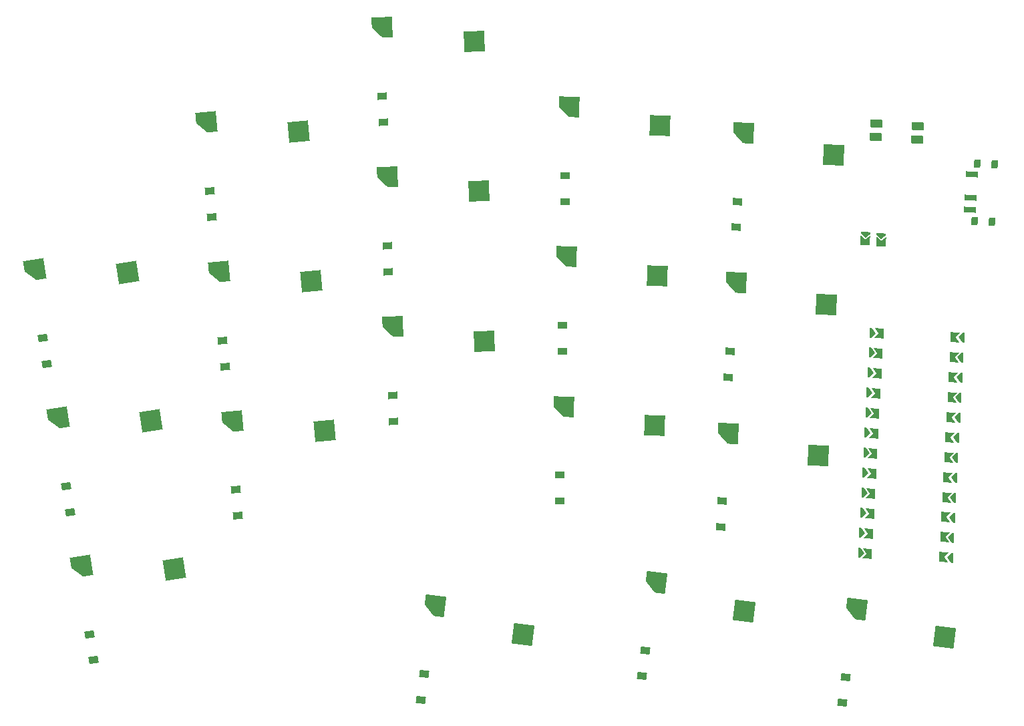
<source format=gbr>
%TF.GenerationSoftware,KiCad,Pcbnew,8.0.7*%
%TF.CreationDate,2025-02-03T11:28:03-05:00*%
%TF.ProjectId,thepcb,74686570-6362-42e6-9b69-6361645f7063,v1.0.0*%
%TF.SameCoordinates,Original*%
%TF.FileFunction,Paste,Bot*%
%TF.FilePolarity,Positive*%
%FSLAX46Y46*%
G04 Gerber Fmt 4.6, Leading zero omitted, Abs format (unit mm)*
G04 Created by KiCad (PCBNEW 8.0.7) date 2025-02-03 11:28:03*
%MOMM*%
%LPD*%
G01*
G04 APERTURE LIST*
G04 Aperture macros list*
%AMRotRect*
0 Rectangle, with rotation*
0 The origin of the aperture is its center*
0 $1 length*
0 $2 width*
0 $3 Rotation angle, in degrees counterclockwise*
0 Add horizontal line*
21,1,$1,$2,0,0,$3*%
%AMOutline5P*
0 Free polygon, 5 corners , with rotation*
0 The origin of the aperture is its center*
0 number of corners: always 5*
0 $1 to $10 corner X, Y*
0 $11 Rotation angle, in degrees counterclockwise*
0 create outline with 5 corners*
4,1,5,$1,$2,$3,$4,$5,$6,$7,$8,$9,$10,$1,$2,$11*%
%AMOutline6P*
0 Free polygon, 6 corners , with rotation*
0 The origin of the aperture is its center*
0 number of corners: always 6*
0 $1 to $12 corner X, Y*
0 $13 Rotation angle, in degrees counterclockwise*
0 create outline with 6 corners*
4,1,6,$1,$2,$3,$4,$5,$6,$7,$8,$9,$10,$11,$12,$1,$2,$13*%
%AMOutline7P*
0 Free polygon, 7 corners , with rotation*
0 The origin of the aperture is its center*
0 number of corners: always 7*
0 $1 to $14 corner X, Y*
0 $15 Rotation angle, in degrees counterclockwise*
0 create outline with 7 corners*
4,1,7,$1,$2,$3,$4,$5,$6,$7,$8,$9,$10,$11,$12,$13,$14,$1,$2,$15*%
%AMOutline8P*
0 Free polygon, 8 corners , with rotation*
0 The origin of the aperture is its center*
0 number of corners: always 8*
0 $1 to $16 corner X, Y*
0 $17 Rotation angle, in degrees counterclockwise*
0 create outline with 8 corners*
4,1,8,$1,$2,$3,$4,$5,$6,$7,$8,$9,$10,$11,$12,$13,$14,$15,$16,$1,$2,$17*%
%AMFreePoly0*
4,1,6,0.250000,0.000000,-0.250000,-0.625000,-0.500000,-0.625000,-0.500000,0.625000,-0.250000,0.625000,0.250000,0.000000,0.250000,0.000000,$1*%
%AMFreePoly1*
4,1,6,0.500000,-0.625000,-0.650000,-0.625000,-0.150000,0.000000,-0.650000,0.625000,0.500000,0.625000,0.500000,-0.625000,0.500000,-0.625000,$1*%
%AMFreePoly2*
4,1,6,0.600000,-1.000000,0.000000,-0.400000,-0.600000,-1.000000,-0.600000,0.250000,0.600000,0.250000,0.600000,-1.000000,0.600000,-1.000000,$1*%
%AMFreePoly3*
4,1,6,0.600000,-0.199999,0.600000,-0.400000,-0.600000,-0.400000,-0.600000,-0.200000,0.000000,0.400000,0.600000,-0.199999,0.600000,-0.199999,$1*%
G04 Aperture macros list end*
%ADD10RotRect,0.900000X1.200000X89.000000*%
%ADD11Outline5P,-1.300000X1.300000X1.300000X1.300000X1.300000X-1.300000X0.000000X-1.300000X-1.300000X0.000000X2.000000*%
%ADD12RotRect,2.600000X2.600000X2.000000*%
%ADD13RotRect,0.900000X1.200000X92.000000*%
%ADD14Outline5P,-1.300000X1.300000X1.300000X1.300000X1.300000X-1.300000X0.000000X-1.300000X-1.300000X0.000000X359.000000*%
%ADD15RotRect,2.600000X2.600000X359.000000*%
%ADD16RotRect,0.900000X1.200000X87.000000*%
%ADD17RotRect,0.900000X1.200000X83.000000*%
%ADD18RotRect,0.900000X1.200000X99.000000*%
%ADD19Outline5P,-1.300000X1.300000X1.300000X1.300000X1.300000X-1.300000X0.000000X-1.300000X-1.300000X0.000000X9.000000*%
%ADD20RotRect,2.600000X2.600000X9.000000*%
%ADD21RotRect,1.000000X0.800000X267.000000*%
%ADD22RotRect,0.700000X1.500000X267.000000*%
%ADD23Outline5P,-1.300000X1.300000X1.300000X1.300000X1.300000X-1.300000X0.000000X-1.300000X-1.300000X0.000000X353.000000*%
%ADD24RotRect,2.600000X2.600000X353.000000*%
%ADD25RotRect,1.550000X1.000000X177.000000*%
%ADD26Outline5P,-1.300000X1.300000X1.300000X1.300000X1.300000X-1.300000X0.000000X-1.300000X-1.300000X0.000000X357.000000*%
%ADD27RotRect,2.600000X2.600000X357.000000*%
%ADD28Outline5P,-1.300000X1.300000X1.300000X1.300000X1.300000X-1.300000X0.000000X-1.300000X-1.300000X0.000000X5.000000*%
%ADD29RotRect,2.600000X2.600000X5.000000*%
%ADD30RotRect,0.900000X1.200000X95.000000*%
%ADD31FreePoly0,177.000000*%
%ADD32FreePoly0,357.000000*%
%ADD33FreePoly1,357.000000*%
%ADD34FreePoly1,177.000000*%
%ADD35FreePoly2,177.000000*%
%ADD36FreePoly3,177.000000*%
G04 APERTURE END LIST*
D10*
%TO.C,D10*%
X244603575Y-128766732D03*
X244661167Y-125467234D03*
%TD*%
D11*
%TO.C,S7*%
X223461560Y-106661773D03*
D12*
X235081303Y-108457344D03*
%TD*%
D13*
%TO.C,D8*%
X222892461Y-99677380D03*
X222777293Y-96379390D03*
%TD*%
D14*
%TO.C,S11*%
X245469550Y-97777125D03*
D15*
X256979395Y-100178365D03*
%TD*%
D16*
%TO.C,D15*%
X266993066Y-94057595D03*
X267165774Y-90762117D03*
%TD*%
D17*
%TO.C,D17*%
X255041150Y-150950955D03*
X255443318Y-147675553D03*
%TD*%
D18*
%TO.C,D3*%
X179619707Y-111371798D03*
X179103473Y-108112426D03*
%TD*%
D11*
%TO.C,S9*%
X222135379Y-68684921D03*
D12*
X233755122Y-70480492D03*
%TD*%
D13*
%TO.C,D7*%
X223555551Y-118665806D03*
X223440383Y-115367816D03*
%TD*%
D19*
%TO.C,S2*%
X181035747Y-118234775D03*
D20*
X192787703Y-118600873D03*
%TD*%
D21*
%TO.C,PWR1*%
X297574453Y-85946986D03*
X297192401Y-93236981D03*
X299781424Y-86062648D03*
X299399372Y-93352644D03*
D22*
X296852074Y-87311049D03*
X296695066Y-90306937D03*
X296616562Y-91804882D03*
%TD*%
D18*
%TO.C,D2*%
X182591962Y-130137877D03*
X182075728Y-126878505D03*
%TD*%
D23*
%TO.C,S18*%
X282235600Y-142450514D03*
D24*
X293431395Y-146041707D03*
%TD*%
D13*
%TO.C,D9*%
X222229370Y-80688954D03*
X222114202Y-77390964D03*
%TD*%
D25*
%TO.C,RST1*%
X284779462Y-80930472D03*
X284690491Y-82628142D03*
X290022267Y-81205236D03*
X289933296Y-82902906D03*
%TD*%
D26*
%TO.C,S13*%
X266000000Y-120200000D03*
D27*
X277419032Y-123001465D03*
%TD*%
D28*
%TO.C,S5*%
X201459938Y-99690019D03*
D29*
X213157729Y-100874998D03*
%TD*%
D17*
%TO.C,D16*%
X226993954Y-153936727D03*
X227396122Y-150661325D03*
%TD*%
%TO.C,D18*%
X280450591Y-154321461D03*
X280852759Y-151046059D03*
%TD*%
D19*
%TO.C,S3*%
X178063492Y-99424645D03*
D20*
X189815448Y-99790743D03*
%TD*%
D23*
%TO.C,S16*%
X228778964Y-142065780D03*
D24*
X239974759Y-145656973D03*
%TD*%
D16*
%TO.C,D13*%
X265004299Y-132005517D03*
X265177007Y-128710039D03*
%TD*%
D30*
%TO.C,D4*%
X203838003Y-130600379D03*
X203550389Y-127312937D03*
%TD*%
D16*
%TO.C,D14*%
X265998683Y-113031556D03*
X266171391Y-109736078D03*
%TD*%
D30*
%TO.C,D5*%
X202182043Y-111672680D03*
X201894429Y-108385238D03*
%TD*%
D28*
%TO.C,S6*%
X199803979Y-80762320D03*
D29*
X211501770Y-81947299D03*
%TD*%
D10*
%TO.C,D12*%
X245266767Y-90772519D03*
X245324359Y-87473021D03*
%TD*%
D11*
%TO.C,S8*%
X222798469Y-87673347D03*
D12*
X234418212Y-89468918D03*
%TD*%
D10*
%TO.C,D11*%
X244935171Y-109769625D03*
X244992763Y-106470127D03*
%TD*%
D19*
%TO.C,S1*%
X184008002Y-137000853D03*
D20*
X195759958Y-137366951D03*
%TD*%
D28*
%TO.C,S4*%
X203115897Y-118617718D03*
D29*
X214813688Y-119802697D03*
%TD*%
D14*
%TO.C,S10*%
X245137955Y-116774231D03*
D15*
X256647800Y-119175471D03*
%TD*%
D30*
%TO.C,D6*%
X200526084Y-92744981D03*
X200238470Y-89457539D03*
%TD*%
D18*
%TO.C,D1*%
X185564216Y-148903955D03*
X185047982Y-145644583D03*
%TD*%
D14*
%TO.C,S12*%
X245801146Y-78780019D03*
D15*
X257310991Y-81181259D03*
%TD*%
D26*
%TO.C,S15*%
X267945651Y-82091049D03*
D27*
X279364683Y-84892514D03*
%TD*%
D26*
%TO.C,S14*%
X266951268Y-101065011D03*
D27*
X278370300Y-103866476D03*
%TD*%
D23*
%TO.C,S17*%
X256826159Y-139080009D03*
D24*
X268021954Y-142671202D03*
%TD*%
D31*
%TO.C,MCU1*%
X295411588Y-108014032D03*
X295278655Y-110550551D03*
X295145721Y-113087070D03*
X295012788Y-115623589D03*
X294879855Y-118160108D03*
X294746921Y-120696627D03*
X294613988Y-123233146D03*
X294481055Y-125769665D03*
X294348121Y-128306184D03*
X294215188Y-130842703D03*
X294082255Y-133379222D03*
X293949321Y-135915741D03*
D32*
X282964397Y-135340045D03*
X283097330Y-132803526D03*
X283230263Y-130267007D03*
X283363197Y-127730488D03*
X283496130Y-125193969D03*
X283629063Y-122657450D03*
X283761997Y-120120931D03*
X283894930Y-117584412D03*
X284027863Y-115047893D03*
X284160797Y-112511374D03*
X284293730Y-109974855D03*
X284426663Y-107438336D03*
D33*
X285150670Y-107476280D03*
X285017736Y-110012799D03*
X284884803Y-112549318D03*
X284751870Y-115085837D03*
X284618936Y-117622356D03*
X284486003Y-120158875D03*
X284353070Y-122695394D03*
X284220136Y-125231913D03*
X284087203Y-127768432D03*
X283954270Y-130304951D03*
X283821336Y-132841470D03*
X283688403Y-135377989D03*
D34*
X293225315Y-135877797D03*
X293358248Y-133341278D03*
X293491182Y-130804759D03*
X293624115Y-128268240D03*
X293757048Y-125731721D03*
X293889982Y-123195202D03*
X294022915Y-120658683D03*
X294155848Y-118122164D03*
X294288782Y-115585645D03*
X294421715Y-113049126D03*
X294554648Y-110512607D03*
X294687582Y-107976088D03*
%TD*%
D35*
%TO.C,JST1*%
X285306825Y-96184979D03*
X283309566Y-96080307D03*
D36*
X283362740Y-95065699D03*
X285359999Y-95170371D03*
%TD*%
M02*

</source>
